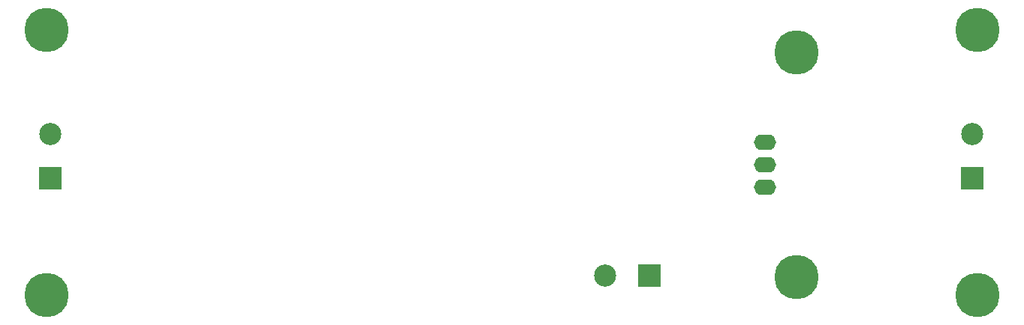
<source format=gbr>
G04 #@! TF.FileFunction,Soldermask,Bot*
%FSLAX46Y46*%
G04 Gerber Fmt 4.6, Leading zero omitted, Abs format (unit mm)*
G04 Created by KiCad (PCBNEW 4.0.4-stable) date 11/27/16 02:50:32*
%MOMM*%
%LPD*%
G01*
G04 APERTURE LIST*
%ADD10C,0.100000*%
%ADD11O,2.499360X1.744980*%
%ADD12O,2.499360X1.747520*%
%ADD13C,5.000000*%
%ADD14C,2.500000*%
%ADD15R,2.500000X2.500000*%
G04 APERTURE END LIST*
D10*
D11*
X181051200Y-97764600D03*
D12*
X181051200Y-95224600D03*
X181051200Y-92684600D03*
D13*
X184543700Y-107924600D03*
X184543700Y-82524600D03*
X100000000Y-80000000D03*
X100000000Y-110000000D03*
X205000000Y-110000000D03*
X205000000Y-80000000D03*
D14*
X100457000Y-91770200D03*
D15*
X100457000Y-96770200D03*
D14*
X163004500Y-107797600D03*
D15*
X168004500Y-107797600D03*
X204368400Y-96774000D03*
D14*
X204368400Y-91774000D03*
M02*

</source>
